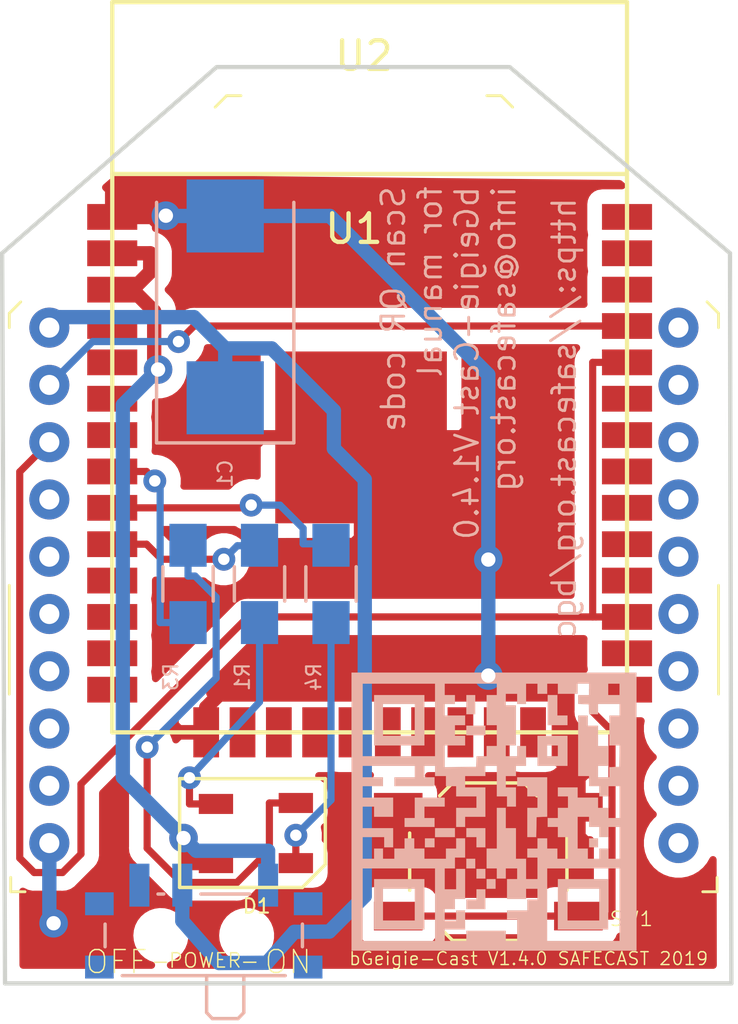
<source format=kicad_pcb>
(kicad_pcb (version 20230620) (generator pcbnew)
  (layers (0 "F.Cu" signal "Top") (31 "B.Cu" signal "Bottom") (34 "B.Paste" user) (35 "F.Paste" user) (36 "B.SilkS" user "B.Silkscreen") (37 "F.SilkS" user "F.Silkscreen") (38 "B.Mask" user) (39 "F.Mask" user) (44 "Edge.Cuts" user))
  (net 0 "")
  (net 1 "GND")
  (net 2 "VDD")
  (net 3 "Net-(D1-Pad1)")
  (net 4 "Net-(D1-Pad3)")
  (net 5 "Net-(D1-Pad4)")
  (net 6 "Net-(SW1-Pad1)")
  (net 7 "Net-(U1-Pad27)")
  (net 8 "+3V3")
  (net 9 "Net-(U1-Pad35)")
  (net 10 "Net-(R1-Pad1)")
  (net 11 "Net-(R3-Pad1)")
  (net 12 "Net-(R4-Pad1)")
  (footprint "Buttons_Switches_SMD:SW_SPST_TL3342" (layer "F.Cu") (at 152.75 118 180)
    (property "Reference" "SW1" hide)
    (property "Value" "TACT-SWITCH" hide)
    (fp_line (start 2.75 -1) (end 2.75 1) (stroke (width 0.12)) (layer "F.SilkS"))
    (fp_line (start 1.7 2.3) (end 1.25 2.75) (stroke (width 0.12)) (layer "F.SilkS"))
    (fp_line (start 1.7 -2.3) (end 1.25 -2.75) (stroke (width 0.12)) (layer "F.SilkS"))
    (fp_line (start -1.25 2.75) (end 1.25 2.75) (stroke (width 0.12)) (layer "F.SilkS"))
    (fp_line (start -1.25 -2.75) (end 1.25 -2.75) (stroke (width 0.12)) (layer "F.SilkS"))
    (fp_line (start -1.7 2.3) (end -1.25 2.75) (stroke (width 0.12)) (layer "F.SilkS"))
    (fp_line (start -1.7 -2.3) (end -1.25 -2.75) (stroke (width 0.12)) (layer "F.SilkS"))
    (fp_line (start -2.75 -1) (end -2.75 1) (stroke (width 0.12)) (layer "F.SilkS"))
    (fp_text user "${REFERENCE}" (at -5 -2 0) (layer "F.SilkS") (effects (font (size 0.5 0.5) (thickness 0.05))))
    (pad "1" smd rect (at -3.15 -1.9 180) (size 1.7 1) (layers "F.Cu" "F.Paste" "F.Mask") (net 6 "Net-(SW1-Pad1)"))
    (pad "1" smd rect (at 3.15 -1.9 180) (size 1.7 1) (layers "F.Cu" "F.Paste" "F.Mask") (net 6 "Net-(SW1-Pad1)"))
    (pad "2" smd rect (at -3.15 1.9 180) (size 1.7 1) (layers "F.Cu" "F.Paste" "F.Mask") (net 1 "GND"))
    (pad "2" smd rect (at 3.15 1.9 180) (size 1.7 1) (layers "F.Cu" "F.Paste" "F.Mask") (net 1 "GND"))
  )
  (footprint "digikey-footprints:DJS-BRGBC-TR8" (layer "F.Cu") (at 144.75 117 90)
    (property "Reference" "D1" (at -2.55 -0.1 0) (layer "F.SilkS") (effects (font (size 0.5 0.5) (thickness 0.075))))
    (property "Value" "RGB-LED")
    (fp_line (start 1.9 -2.794) (end 1.9 2.3) (stroke (width 0.12)) (layer "F.SilkS"))
    (fp_line (start -1.9 -2.794) (end 1.9 -2.794) (stroke (width 0.12)) (layer "F.SilkS"))
    (fp_line (start -1.9 1.5) (end -1.9 -2.794) (stroke (width 0.12)) (layer "F.SilkS"))
    (fp_line (start 1.9 2.3) (end -1.1 2.3) (stroke (width 0.12)) (layer "F.SilkS"))
    (fp_line (start -1.1 2.3) (end -1.9 1.5) (stroke (width 0.12)) (layer "F.SilkS"))
    (pad "1" smd rect (at -1.05 1.27 90) (size 0.7 1.2) (layers "F.Cu" "F.Paste" "F.Mask") (net 3 "Net-(D1-Pad1)"))
    (pad "2" smd rect (at -1.05 -1.524 90) (size 0.7 1.2) (layers "F.Cu" "F.Paste" "F.Mask") (net 8 "+3V3"))
    (pad "3" smd rect (at 1.016 -1.524 90) (size 0.7 1.2) (layers "F.Cu" "F.Paste" "F.Mask") (net 4 "Net-(D1-Pad3)"))
    (pad "4" smd rect (at 1.05 1.27 90) (size 0.7 1.2) (layers "F.Cu" "F.Paste" "F.Mask") (net 5 "Net-(D1-Pad4)"))
  )
  (footprint "digikey-footprints:XBEE-20_THT" (layer "F.Cu") (at 148.4 108.35)
    (property "Reference" "U2" (at 0 -18.49 0) (layer "F.SilkS"))
    (property "Value" "XBEE-socket")
    (fp_line (start -12.4 -9.5) (end -12.4 -9) (stroke (width 0.1)) (layer "F.SilkS"))
    (fp_line (start -12.4 -9.5) (end -12 -9.9) (stroke (width 0.1)) (layer "F.SilkS"))
    (fp_line (start -12.4 0) (end -12.4 3.8) (stroke (width 0.1)) (layer "F.SilkS"))
    (fp_line (start -12.35 10.7) (end -12.35 10.2) (stroke (width 0.1)) (layer "F.SilkS"))
    (fp_line (start -12.35 10.7) (end -11.85 10.7) (stroke (width 0.1)) (layer "F.SilkS"))
    (fp_line (start -4.8 -17.1) (end -5.2 -16.7) (stroke (width 0.1)) (layer "F.SilkS"))
    (fp_line (start -4.8 -17.1) (end -4.3 -17.1) (stroke (width 0.1)) (layer "F.SilkS"))
    (fp_line (start 4.8 -17.1) (end 4.3 -17.1) (stroke (width 0.1)) (layer "F.SilkS"))
    (fp_line (start 4.8 -17.1) (end 5.2 -16.7) (stroke (width 0.1)) (layer "F.SilkS"))
    (fp_line (start 12.35 10.7) (end 11.85 10.7) (stroke (width 0.1)) (layer "F.SilkS"))
    (fp_line (start 12.35 10.7) (end 12.35 10.2) (stroke (width 0.1)) (layer "F.SilkS"))
    (fp_line (start 12.4 -9.5) (end 12 -9.9) (stroke (width 0.1)) (layer "F.SilkS"))
    (fp_line (start 12.4 -9.5) (end 12.4 -9) (stroke (width 0.1)) (layer "F.SilkS"))
    (fp_line (start 12.4 0) (end 12.4 3.8) (stroke (width 0.1)) (layer "F.SilkS"))
    (pad "1" thru_hole circle (at -11 -9) (size 1.4 1.4) (drill 0.7) (layers "*.Cu" "*.Mask") (net 2 "VDD"))
    (pad "2" thru_hole circle (at -11 -7) (size 1.4 1.4) (drill 0.7) (layers "*.Cu" "*.Mask") (net 9 "Net-(U1-Pad35)"))
    (pad "3" thru_hole circle (at -11 -5) (size 1.4 1.4) (drill 0.7) (layers "*.Cu" "*.Mask") (net 7 "Net-(U1-Pad27)"))
    (pad "4" thru_hole circle (at -11 -3) (size 1.4 1.4) (drill 0.7) (layers "*.Cu" "*.Mask"))
    (pad "5" thru_hole circle (at -11 -1) (size 1.4 1.4) (drill 0.7) (layers "*.Cu" "*.Mask"))
    (pad "6" thru_hole circle (at -11 1) (size 1.4 1.4) (drill 0.7) (layers "*.Cu" "*.Mask"))
    (pad "7" thru_hole circle (at -11 3) (size 1.4 1.4) (drill 0.7) (layers "*.Cu" "*.Mask"))
    (pad "8" thru_hole circle (at -11 5) (size 1.4 1.4) (drill 0.7) (layers "*.Cu" "*.Mask"))
    (pad "9" thru_hole circle (at -11 7) (size 1.4 1.4) (drill 0.7) (layers "*.Cu" "*.Mask"))
    (pad "10" thru_hole circle (at -11 9) (size 1.4 1.4) (drill 0.7) (layers "*.Cu" "*.Mask") (net 1 "GND"))
    (pad "11" thru_hole circle (at 11 9) (size 1.4 1.4) (drill 0.7) (layers "*.Cu" "*.Mask"))
    (pad "12" thru_hole circle (at 11 7) (size 1.4 1.4) (drill 0.7) (layers "*.Cu" "*.Mask"))
    (pad "13" thru_hole circle (at 11 5) (size 1.4 1.4) (drill 0.7) (layers "*.Cu" "*.Mask"))
    (pad "14" thru_hole circle (at 11 3) (size 1.4 1.4) (drill 0.7) (layers "*.Cu" "*.Mask"))
    (pad "15" thru_hole circle (at 11 1) (size 1.4 1.4) (drill 0.7) (layers "*.Cu" "*.Mask"))
    (pad "16" thru_hole circle (at 11 -1) (size 1.4 1.4) (drill 0.7) (layers "*.Cu" "*.Mask"))
    (pad "17" thru_hole circle (at 11 -3) (size 1.4 1.4) (drill 0.7) (layers "*.Cu" "*.Mask"))
    (pad "18" thru_hole circle (at 11 -5) (size 1.4 1.4) (drill 0.7) (layers "*.Cu" "*.Mask"))
    (pad "19" thru_hole circle (at 11 -7) (size 1.4 1.4) (drill 0.7) (layers "*.Cu" "*.Mask"))
    (pad "20" thru_hole circle (at 11 -9) (size 1.4 1.4) (drill 0.7) (layers "*.Cu" "*.Mask"))
  )
  (footprint "ESP32-footprints-Lib:ESP-32S" (layer "F.Cu") (at 148.653 105)
    (property "Reference" "U1" (at -0.6 -9.1 0) (layer "F.SilkS"))
    (property "Value" "ESP32S")
    (fp_line (start -9.052566 -17.017338) (end -9.052566 8.482662) (stroke (width 0.15)) (layer "F.SilkS"))
    (fp_line (start 8.947434 -17.017338) (end -9.052566 -17.017338) (stroke (width 0.15)) (layer "F.SilkS"))
    (fp_line (start 8.947434 -17.017338) (end 8.947434 8.482662) (stroke (width 0.15)) (layer "F.SilkS"))
    (fp_line (start 8.947434 -11.017338) (end -9.052566 -11.017338) (stroke (width 0.15)) (layer "F.SilkS"))
    (fp_line (start 8.947434 8.482662) (end -9.052566 8.482662) (stroke (width 0.15)) (layer "F.SilkS"))
    (pad "" smd rect locked (at -0.352566 -1.817338 180) (size 6 6) (layers "F.Cu" "F.Paste" "F.Mask"))
    (pad "1" smd rect locked (at -9.052566 -9.517338 180) (size 1.75 0.9) (layers "F.Cu" "F.Paste" "F.Mask") (net 1 "GND"))
    (pad "2" smd rect locked (at -9.052566 -8.247338 180) (size 1.75 0.9) (layers "F.Cu" "F.Paste" "F.Mask") (net 8 "+3V3"))
    (pad "3" smd rect locked (at -9.052566 -6.977338 180) (size 1.75 0.9) (layers "F.Cu" "F.Paste" "F.Mask") (net 8 "+3V3"))
    (pad "4" smd rect locked (at -9.052566 -5.707338 180) (size 1.75 0.9) (layers "F.Cu" "F.Paste" "F.Mask"))
    (pad "5" smd rect locked (at -9.052566 -4.437338 180) (size 1.75 0.9) (layers "F.Cu" "F.Paste" "F.Mask"))
    (pad "6" smd rect locked (at -9.052566 -3.167338 180) (size 1.75 0.9) (layers "F.Cu" "F.Paste" "F.Mask"))
    (pad "7" smd rect locked (at -9.052566 -1.897338 180) (size 1.75 0.9) (layers "F.Cu" "F.Paste" "F.Mask"))
    (pad "8" smd rect locked (at -9.052566 -0.627338 180) (size 1.75 0.9) (layers "F.Cu" "F.Paste" "F.Mask") (net 11 "Net-(R3-Pad1)"))
    (pad "9" smd rect locked (at -9.052566 0.642662 180) (size 1.75 0.9) (layers "F.Cu" "F.Paste" "F.Mask") (net 12 "Net-(R4-Pad1)"))
    (pad "10" smd rect locked (at -9.052566 1.912662 180) (size 1.75 0.9) (layers "F.Cu" "F.Paste" "F.Mask") (net 10 "Net-(R1-Pad1)"))
    (pad "11" smd rect locked (at -9.052566 3.182662 180) (size 1.75 0.9) (layers "F.Cu" "F.Paste" "F.Mask"))
    (pad "12" smd rect locked (at -9.052566 4.452662 180) (size 1.75 0.9) (layers "F.Cu" "F.Paste" "F.Mask"))
    (pad "13" smd rect locked (at -9.052566 5.722662 180) (size 1.75 0.9) (layers "F.Cu" "F.Paste" "F.Mask"))
    (pad "14" smd rect locked (at -9.052566 6.992662 180) (size 1.75 0.9) (layers "F.Cu" "F.Paste" "F.Mask"))
    (pad "15" smd rect locked (at -5.767566 8.482662 180) (size 0.9 1.75) (layers "F.Cu" "F.Paste" "F.Mask") (net 1 "GND"))
    (pad "16" smd rect locked (at -4.497566 8.482662 180) (size 0.9 1.75) (layers "F.Cu" "F.Paste" "F.Mask"))
    (pad "17" smd rect locked (at -3.227566 8.482662 180) (size 0.9 1.75) (layers "F.Cu" "F.Paste" "F.Mask"))
    (pad "18" smd rect locked (at -1.957566 8.482662 180) (size 0.9 1.75) (layers "F.Cu" "F.Paste" "F.Mask"))
    (pad "19" smd rect locked (at -0.687566 8.482662 180) (size 0.9 1.75) (layers "F.Cu" "F.Paste" "F.Mask"))
    (pad "20" smd rect locked (at 0.582434 8.482662 180) (size 0.9 1.75) (layers "F.Cu" "F.Paste" "F.Mask"))
    (pad "21" smd rect locked (at 1.852434 8.482662 180) (size 0.9 1.75) (layers "F.Cu" "F.Paste" "F.Mask"))
    (pad "22" smd rect locked (at 3.122434 8.482662 180) (size 0.9 1.75) (layers "F.Cu" "F.Paste" "F.Mask"))
    (pad "23" smd rect locked (at 4.392434 8.482662 180) (size 0.9 1.75) (layers "F.Cu" "F.Paste" "F.Mask"))
    (pad "24" smd rect locked (at 5.662434 8.482662 180) (size 0.9 1.75) (layers "F.Cu" "F.Paste" "F.Mask"))
    (pad "25" smd rect locked (at 8.947434 6.992662 180) (size 1.75 0.9) (layers "F.Cu" "F.Paste" "F.Mask") (net 6 "Net-(SW1-Pad1)"))
    (pad "26" smd rect locked (at 8.947434 5.722662 180) (size 1.75 0.9) (layers "F.Cu" "F.Paste" "F.Mask"))
    (pad "27" smd rect locked (at 8.947434 4.452662 180) (size 1.75 0.9) (layers "F.Cu" "F.Paste" "F.Mask") (net 7 "Net-(U1-Pad27)"))
    (pad "28" smd rect locked (at 8.947434 3.182662 180) (size 1.75 0.9) (layers "F.Cu" "F.Paste" "F.Mask"))
    (pad "29" smd rect locked (at 8.947434 1.912662 180) (size 1.75 0.9) (layers "F.Cu" "F.Paste" "F.Mask"))
    (pad "30" smd rect locked (at 8.947434 0.642662 180) (size 1.75 0.9) (layers "F.Cu" "F.Paste" "F.Mask"))
    (pad "31" smd rect locked (at 8.947434 -0.627338 180) (size 1.75 0.9) (layers "F.Cu" "F.Paste" "F.Mask"))
    (pad "32" smd rect locked (at 8.947434 -1.897338 180) (size 1.75 0.9) (layers "F.Cu" "F.Paste" "F.Mask"))
    (pad "33" smd rect locked (at 8.947434 -3.167338 180) (size 1.75 0.9) (layers "F.Cu" "F.Paste" "F.Mask"))
    (pad "34" smd rect locked (at 8.947434 -4.437338 180) (size 1.75 0.9) (layers "F.Cu" "F.Paste" "F.Mask") (net 7 "Net-(U1-Pad27)"))
    (pad "35" smd rect locked (at 8.947434 -5.707338 180) (size 1.75 0.9) (layers "F.Cu" "F.Paste" "F.Mask") (net 9 "Net-(U1-Pad35)"))
    (pad "36" smd rect locked (at 8.947434 -6.977338 180) (size 1.75 0.9) (layers "F.Cu" "F.Paste" "F.Mask"))
    (pad "37" smd rect locked (at 8.947434 -8.247338 180) (size 1.75 0.9) (layers "F.Cu" "F.Paste" "F.Mask"))
    (pad "38" smd rect locked (at 8.947434 -9.517338 180) (size 1.75 0.9) (layers "F.Cu" "F.Paste" "F.Mask"))
  )
  (footprint "Buttons_Switches_SMD:SW_SPDT_PCM12" (layer "B.Cu") (at 142.8 120.25 180)
    (property "Reference" "SW2" hide)
    (property "Value" "SWITCH_INV" hide)
    (fp_line (start 3.45 -0.72) (end 3.45 0.07) (stroke (width 0.12)) (layer "B.SilkS"))
    (fp_line (start 1.4 1.12) (end 1.6 1.12) (stroke (width 0.12)) (layer "B.SilkS"))
    (fp_line (start -0.1 -3.02) (end -0.1 -1.73) (stroke (width 0.12)) (layer "B.SilkS"))
    (fp_line (start -0.1 -3.02) (end -0.3 -3.23) (stroke (width 0.12)) (layer "B.SilkS"))
    (fp_line (start -1.2 -3.23) (end -0.3 -3.23) (stroke (width 0.12)) (layer "B.SilkS"))
    (fp_line (start -1.4 -1.73) (end -1.4 -3.02) (stroke (width 0.12)) (layer "B.SilkS"))
    (fp_line (start -1.4 -3.02) (end -1.2 -3.23) (stroke (width 0.12)) (layer "B.SilkS"))
    (fp_line (start -1.6 1.12) (end 0.1 1.12) (stroke (width 0.12)) (layer "B.SilkS"))
    (fp_line (start -2.85 -1.73) (end 2.85 -1.73) (stroke (width 0.12)) (layer "B.SilkS"))
    (fp_line (start -3.45 0.07) (end -3.45 -0.72) (stroke (width 0.12)) (layer "B.SilkS"))
    (pad "" smd rect (at -3.65 -1.43 180) (size 1 0.8) (layers "B.Cu" "B.Paste" "B.Mask"))
    (pad "" smd rect (at -3.65 0.78 180) (size 1 0.8) (layers "B.Cu" "B.Paste" "B.Mask"))
    (pad "" np_thru_hole circle (at -1.5 -0.33 180) (size 0.9 0.9) (drill 0.9) (layers "*.Cu" "*.Mask"))
    (pad "" np_thru_hole circle (at 1.5 -0.33 180) (size 0.9 0.9) (drill 0.9) (layers "*.Cu" "*.Mask"))
    (pad "" smd rect (at 3.65 -1.43 180) (size 1 0.8) (layers "B.Cu" "B.Paste" "B.Mask"))
    (pad "" smd rect (at 3.65 0.78 180) (size 1 0.8) (layers "B.Cu" "B.Paste" "B.Mask"))
    (pad "1" smd rect (at -2.25 1.43 180) (size 0.7 1.5) (layers "B.Cu" "B.Paste" "B.Mask") (net 8 "+3V3"))
    (pad "2" smd rect (at 0.75 1.43 180) (size 0.7 1.5) (layers "B.Cu" "B.Paste" "B.Mask") (net 2 "VDD"))
    (pad "3" smd rect (at 2.25 1.43 180) (size 0.7 1.5) (layers "B.Cu" "B.Paste" "B.Mask"))
  )
  (footprint "Capacitors_Tantalum_SMD:CP_Tantalum_Case-D_EIA-7343-31_Reflow" (layer "B.Cu") (at 143.55 98.625 90)
    (property "Reference" "C1" (at -5.825 0 90) (layer "B.SilkS") (effects (font (size 0.5 0.5) (thickness 0.075)) (justify mirror)))
    (property "Value" "CP1")
    (fp_line (start -4.75 -2.4) (end 3.65 -2.4) (stroke (width 0.12)) (layer "B.SilkS"))
    (fp_line (start -4.75 2.4) (end -4.75 -2.4) (stroke (width 0.12)) (layer "B.SilkS"))
    (fp_line (start -4.75 2.4) (end 3.65 2.4) (stroke (width 0.12)) (layer "B.SilkS"))
    (pad "1" smd rect (at -3.175 0 90) (size 2.55 2.7) (layers "B.Cu" "B.Paste" "B.Mask") (net 2 "VDD"))
    (pad "2" smd rect (at 3.175 0 90) (size 2.55 2.7) (layers "B.Cu" "B.Paste" "B.Mask") (net 1 "GND"))
  )
  (footprint "Resistors_SMD:R_0805_HandSoldering" (layer "B.Cu") (at 144.75 108.3 -90)
    (property "Reference" "R1" (at 3.25 0.6 -90) (layer "B.SilkS") (effects (font (size 0.5 0.5) (thickness 0.075)) (justify mirror)))
    (property "Value" "470")
    (fp_line (start -0.6 0.88) (end 0.6 0.88) (stroke (width 0.12)) (layer "B.SilkS"))
    (fp_line (start 0.6 -0.88) (end -0.6 -0.88) (stroke (width 0.12)) (layer "B.SilkS"))
    (pad "1" smd rect (at -1.35 0 270) (size 1.5 1.3) (layers "B.Cu" "B.Paste" "B.Mask") (net 10 "Net-(R1-Pad1)"))
    (pad "2" smd rect (at 1.35 0 270) (size 1.5 1.3) (layers "B.Cu" "B.Paste" "B.Mask") (net 4 "Net-(D1-Pad3)"))
  )
  (footprint "Resistors_SMD:R_0805_HandSoldering" (layer "B.Cu") (at 142.25 108.3 90)
    (property "Reference" "R3" (at -3.25 -0.6 90) (layer "B.SilkS") (effects (font (size 0.5 0.5) (thickness 0.075)) (justify mirror)))
    (property "Value" "470")
    (fp_line (start 0.6 -0.88) (end -0.6 -0.88) (stroke (width 0.12)) (layer "B.SilkS"))
    (fp_line (start -0.6 0.88) (end 0.6 0.88) (stroke (width 0.12)) (layer "B.SilkS"))
    (pad "1" smd rect (at -1.35 0 90) (size 1.5 1.3) (layers "B.Cu" "B.Paste" "B.Mask") (net 11 "Net-(R3-Pad1)"))
    (pad "2" smd rect (at 1.35 0 90) (size 1.5 1.3) (layers "B.Cu" "B.Paste" "B.Mask") (net 5 "Net-(D1-Pad4)"))
  )
  (footprint "Resistors_SMD:R_0805_HandSoldering" (layer "B.Cu") (at 147.25 108.3 -90)
    (property "Reference" "R4" (at 3.25 0.6 -90) (layer "B.SilkS") (effects (font (size 0.5 0.5) (thickness 0.075)) (justify mirror)))
    (property "Value" "470")
    (fp_line (start -0.6 0.88) (end 0.6 0.88) (stroke (width 0.12)) (layer "B.SilkS"))
    (fp_line (start 0.6 -0.88) (end -0.6 -0.88) (stroke (width 0.12)) (layer "B.SilkS"))
    (pad "1" smd rect (at -1.35 0 270) (size 1.5 1.3) (layers "B.Cu" "B.Paste" "B.Mask") (net 12 "Net-(R4-Pad1)"))
    (pad "2" smd rect (at 1.35 0 270) (size 1.5 1.3) (layers "B.Cu" "B.Paste" "B.Mask") (net 3 "Net-(D1-Pad1)"))
  )
  (footprint "ESP32 nGeigieNano WiFi-all:QR_code_safecast_bgc" (layer "B.Cu") (at 152.95 116.25)
    (property "Reference" "G***" hide)
    (property "Value" "LOGO" hide)
    (fp_poly (pts (xy -2.0828 0.9398) (xy -2.413 0.9398) (xy -2.413 1.2446) (xy -2.0828 1.2446)) (stroke (width 0.01)) (fill solid) (layer "B.SilkS"))
    (fp_poly (pts (xy -1.3716 0.5842) (xy -2.0574 0.5842) (xy -2.0574 0.889) (xy -1.3716 0.889)) (stroke (width 0.01)) (fill solid) (layer "B.SilkS"))
    (fp_poly (pts (xy -0.6604 -4.064) (xy -0.9652 -4.064) (xy -0.9652 -3.4036) (xy -0.6604 -3.4036)) (stroke (width 0.01)) (fill solid) (layer "B.SilkS"))
    (fp_poly (pts (xy -0.6604 1.651) (xy -0.9652 1.651) (xy -0.9652 1.9812) (xy -0.6604 1.9812)) (stroke (width 0.01)) (fill solid) (layer "B.SilkS"))
    (fp_poly (pts (xy -0.3048 -2.9972) (xy -0.9652 -2.9972) (xy -0.9652 -2.667) (xy -0.3048 -2.667)) (stroke (width 0.01)) (fill solid) (layer "B.SilkS"))
    (fp_poly (pts (xy -0.3048 2.0066) (xy -0.6096 2.0066) (xy -0.6096 2.3368) (xy -0.3048 2.3368)) (stroke (width 0.01)) (fill solid) (layer "B.SilkS"))
    (fp_poly (pts (xy 0.0508 2.3622) (xy -0.254 2.3622) (xy -0.254 2.6924) (xy 0.0508 2.6924)) (stroke (width 0.01)) (fill solid) (layer "B.SilkS"))
    (fp_poly (pts (xy 3.6322 0.9398) (xy 3.3274 0.9398) (xy 3.3274 1.2446) (xy 3.6322 1.2446)) (stroke (width 0.01)) (fill solid) (layer "B.SilkS"))
    (fp_poly (pts (xy -0.3048 0.5842) (xy -0.9652 0.5842) (xy -0.9652 0.889) (xy -0.6096 0.889) (xy -0.6096 1.2446) (xy -0.3048 1.2446)) (stroke (width 0.01)) (fill solid) (layer "B.SilkS"))
    (fp_poly (pts (xy -0.3048 2.7178) (xy -0.6096 2.7178) (xy -0.6096 3.0734) (xy -0.9652 3.0734) (xy -0.9652 3.4036) (xy -0.3048 3.4036)) (stroke (width 0.01)) (fill solid) (layer "B.SilkS"))
    (fp_poly (pts (xy 2.5654 -3.3528) (xy 2.2098 -3.3528) (xy 2.2098 -4.064) (xy 1.8796 -4.064) (xy 1.8796 -3.0226) (xy 2.5654 -3.0226)) (stroke (width 0.01)) (fill solid) (layer "B.SilkS"))
    (fp_poly (pts (xy -2.0828 0.2286) (xy -2.4384 0.2286) (xy -2.4384 -0.1778) (xy -1.7272 -0.1778) (xy -1.7272 -0.4826) (xy -2.7686 -0.4826) (xy -2.7686 0.2286) (xy -3.1242 0.2286) (xy -3.1242 0.5334) (xy -2.0828 0.5334)) (stroke (width 0.01)) (fill solid) (layer "B.SilkS"))
    (fp_poly (pts (xy -2.4384 -4.064) (xy -4.191 -4.064) (xy -4.191 -2.6416) (xy -3.8862 -2.6416) (xy -3.8862 -3.7592) (xy -2.7686 -3.7592) (xy -2.7686 -2.6416) (xy -3.8862 -2.6416) (xy -4.191 -2.6416) (xy -4.191 -2.3114) (xy -2.4384 -2.3114)) (stroke (width 0.01)) (fill solid) (layer "B.SilkS"))
    (fp_poly (pts (xy -2.4384 2.3622) (xy -4.191 2.3622) (xy -4.191 3.81) (xy -3.8862 3.81) (xy -3.8862 2.6924) (xy -2.7686 2.6924) (xy -2.7686 3.81) (xy -3.8862 3.81) (xy -4.191 3.81) (xy -4.191 4.1148) (xy -2.4384 4.1148)) (stroke (width 0.01)) (fill solid) (layer "B.SilkS"))
    (fp_poly (pts (xy 2.5654 -2.6416) (xy 1.524 -2.6416) (xy 1.524 -1.9304) (xy 1.8542 -1.9304) (xy 1.8542 -2.3114) (xy 2.2352 -2.3114) (xy 2.2352 -1.9304) (xy 1.8542 -1.9304) (xy 1.524 -1.9304) (xy 1.524 -1.6002) (xy 2.5654 -1.6002)) (stroke (width 0.01)) (fill solid) (layer "B.SilkS"))
    (fp_poly (pts (xy 3.9878 2.3622) (xy 2.2352 2.3622) (xy 2.2352 3.81) (xy 2.5654 3.81) (xy 2.5654 2.6924) (xy 3.683 2.6924) (xy 3.683 3.81) (xy 2.5654 3.81) (xy 2.2352 3.81) (xy 2.2352 4.1148) (xy 3.9878 4.1148)) (stroke (width 0.01)) (fill solid) (layer "B.SilkS"))
    (fp_poly (pts (xy 1.4859 0.1905) (xy 1.67005 0.183038) (xy 1.8542 0.175575) (xy 1.8542 -1.1938) (xy 0.8128 -1.1938) (xy 0.8128 -0.889) (xy 1.1684 -0.889) (xy 1.1684 -0.5334) (xy 1.524 -0.5334) (xy 1.524 -0.127) (xy 1.1684 -0.127) (xy 1.1684 0.889) (xy 1.471766 0.889)) (stroke (width 0.01)) (fill solid) (layer "B.SilkS"))
    (fp_poly (pts (xy 4.9784 -4.8514) (xy -4.9784 -4.8514) (xy -4.9784 -1.9304) (xy -4.5974 -1.9304) (xy -4.5974 -4.4704) (xy -2.0574 -4.4704) (xy -2.0574 -2.3114) (xy -1.7272 -2.3114) (xy -1.016 -2.3114) (xy -1.016 -2.6416) (xy -1.3716 -2.6416) (xy -1.3716 -3.0226) (xy -1.016 -3.0226) (xy -1.016 -3.3528) (xy -1.7272 -3.3528) (xy -1.7272 -3.7592) (xy -1.3716 -3.7592) (xy -1.3716 -4.064) (xy -1.7272 -4.064) (xy -1.7272 -4.4704) (xy 0.1016 -4.4704) (xy 0.1016 -4.064) (xy -0.254 -4.064) (xy -0.254 -3.0226) (xy 0.1016 -3.0226) (xy 0.1016 -2.286) (xy -0.254 -2.286) (xy -0.254 -1.9304) (xy -0.607375 -1.9304) (xy -0.614838 -1.74625) (xy -0.6223 -1.5621) (xy -1.17475 -1.555254) (xy -1.7272 -1.548409) (xy -1.7272 -2.3114) (xy -2.0574 -2.3114) (xy -2.0574 -1.9304) (xy -4.5974 -1.9304) (xy -4.9784 -1.9304) (xy -4.9784 1.651) (xy -4.5974 1.651) (xy -4.5974 0.889) (xy -3.8354 0.889) (xy -3.8354 1.2446) (xy -3.5306 1.2446) (xy -3.5306 0.5842) (xy -4.5974 0.5842) (xy -4.5974 -0.1778) (xy -4.191 -0.1778) (xy -4.191 0.1778) (xy -3.5306 0.1778) (xy -3.5306 -0.4826) (xy -4.5974 -0.4826) (xy -4.5974 -0.889) (xy -3.8862 -0.889) (xy -3.8862 -1.1938) (xy -4.5974 -1.1938) (xy -4.5974 -1.6002) (xy -2.7686 -1.6002) (xy -2.7686 -1.1938) (xy -3.4798 -1.1938) (xy -3.4798 -0.889) (xy -2.0828 -0.889) (xy -2.0828 -1.1938) (xy -2.4384 -1.1938) (xy -2.4384 -1.6002) (xy -2.0574 -1.6002) (xy -2.0574 -1.2446) (xy -1.6764 -1.2446) (xy -1.6764 -0.889) (xy -1.3208 -0.889) (xy -1.3208 -0.5334) (xy -0.6096 -0.5334) (xy -0.6096 -0.127) (xy -1.3208 -0.127) (xy -1.3208 0.5334) (xy -1.016 0.5334) (xy -1.016 0.1778) (xy -0.3048 0.1778) (xy -0.3048 -0.8382) (xy -1.016 -0.8382) (xy -1.016 -1.2446) (xy -0.3048 -1.2446) (xy -0.3048 -1.6002) (xy 0.1016 -1.6002) (xy 0.1016 -0.5334) (xy 0.4572 -0.5334) (xy 0.4572 -0.1778) (xy 0.762 -0.1778) (xy 0.762 -0.8382) (xy 0.4064 -0.8382) (xy 0.4064 -1.2446) (xy 0.762 -1.2446) (xy 0.762 -1.6002) (xy 1.1176 -1.6002) (xy 1.1176 -2.286) (xy 0.8128 -2.286) (xy 0.8128 -1.9304) (xy 0.4064 -1.9304) (xy 0.4064 -2.3114) (xy 0.762 -2.3114) (xy 0.762 -3.7084) (xy 0.4064 -3.7084) (xy 0.4064 -4.1148) (xy 0.8128 -4.1148) (xy 0.8128 -3.7592) (xy 1.1176 -3.7592) (xy 1.1176 -4.4704) (xy 1.524 -4.4704) (xy 1.524 -4.1148) (xy 1.8542 -4.1148) (xy 1.8542 -4.4704) (xy 2.2352 -4.4704) (xy 2.2352 -4.1148) (xy 2.921 -4.1148) (xy 2.921 -4.4704) (xy 3.3274 -4.4704) (xy 3.3274 -4.064) (xy 3.9878 -4.064) (xy 3.9878 -4.4704) (xy 4.3942 -4.4704) (xy 4.3942 -4.064) (xy 3.9878 -4.064) (xy 3.3274 -4.064) (xy 2.9464 -4.064) (xy 2.9464 -3.761425) (xy 3.13055 -3.753962) (xy 3.3147 -3.7465) (xy 3.32221 -3.57505) (xy 3.329721 -3.4036) (xy 3.6322 -3.4036) (xy 3.6322 -3.7592) (xy 4.3942 -3.7592) (xy 4.3942 -3.3528) (xy 4.0386 -3.3528) (xy 4.0386 -2.3114) (xy 4.395558 -2.3114) (xy 4.3815 -1.5621) (xy 4.0386 -1.547078) (xy 4.0386 -1.1938) (xy 3.6322 -1.1938) (xy 3.6322 -1.6002) (xy 3.9878 -1.6002) (xy 3.9878 -2.286) (xy 3.6322 -2.286) (xy 3.6322 -2.9972) (xy 3.2766 -2.9972) (xy 3.2766 -3.3528) (xy 2.9464 -3.3528) (xy 2.9464 -1.2446) (xy 3.3274 -1.2446) (xy 3.3274 -0.889) (xy 3.683 -0.889) (xy 3.683 -0.5334) (xy 3.9878 -0.5334) (xy 3.9878 -0.889) (xy 4.3942 -0.889) (xy 4.3942 0.2286) (xy 3.9878 0.2286) (xy 3.9878 -0.127) (xy 3.6322 -0.127) (xy 3.6322 -0.4826) (xy 2.921 -0.4826) (xy 2.921 -0.8382) (xy 2.2352 -0.8382) (xy 2.2352 -0.5334) (xy 2.5908 -0.5334) (xy 2.5908 -0.127) (xy 2.2352 -0.127) (xy 2.2352 0.2286) (xy 1.8796 0.2286) (xy 1.8796 0.5334) (xy 2.2352 0.5334) (xy 2.2352 0.889) (xy 2.5908 0.889) (xy 2.5908 1.2954) (xy 2.921 1.2954) (xy 2.921 0.1778) (xy 3.3274 0.1778) (xy 3.3274 0.5334) (xy 3.683 0.5334) (xy 3.683 0.889) (xy 3.9878 0.889) (xy 3.9878 0.5334) (xy 4.3942 0.5334) (xy 4.3942 1.651) (xy 3.9878 1.651) (xy 3.9878 1.2954) (xy 3.683 1.2954) (xy 3.683 1.651) (xy 3.2766 1.651) (xy 3.2766 1.2954) (xy 2.921 1.2954) (xy 2.5908 1.2954) (xy 2.5908 1.651) (xy 2.2098 1.651) (xy 2.2098 1.2954) (xy 1.8542 1.2954) (xy 1.8542 0.9398) (xy 1.524 0.9398) (xy 1.524 1.2954) (xy 1.1684 1.2954) (xy 1.1684 1.6002) (xy 1.524 1.6002) (xy 1.524 2.3622) (xy 1.1176 2.3622) (xy 1.1176 1.651) (xy 0.762 1.651) (xy 0.762 0.5842) (xy 0.4064 0.5842) (xy 0.4064 -0.127) (xy 0.1016 -0.127) (xy 0.1016 1.2954) (xy -0.254 1.2954) (xy -0.254 1.9812) (xy 0.1016 1.9812) (xy 0.1016 2.3368) (xy 0.4064 2.3368) (xy 0.4064 1.9812) (xy 0.8128 1.9812) (xy 0.8128 2.3622) (xy 0.4572 2.3622) (xy 0.4572 3.048) (xy 1.1176 3.048) (xy 1.1176 2.6924) (xy 1.524 2.6924) (xy 1.524 3.0734) (xy 1.1684 3.0734) (xy 1.1684 3.4544) (xy 0.4572 3.4544) (xy 0.4572 3.7592) (xy 0.8128 3.7592) (xy 0.8128 4.5212) (xy 1.8542 4.5212) (xy 1.8542 1.9812) (xy 4.3942 1.9812) (xy 4.3942 4.5212) (xy 1.8542 4.5212) (xy 0.8128 4.5212) (xy 0.4064 4.5212) (xy 0.4064 4.1656) (xy -0.9652 4.1656) (xy -0.9652 4.5212) (xy -1.7272 4.5212) (xy -1.7272 4.1148) (xy -1.016 4.1148) (xy -1.016 3.4544) (xy -1.3208 3.4544) (xy -1.3208 3.81) (xy -1.7272 3.81) (xy -1.7272 3.4036) (xy -1.3716 3.4036) (xy -1.3716 3.048) (xy -1.016 3.048) (xy -1.016 2.0066) (xy -1.3208 2.0066) (xy -1.3208 2.7178) (xy -1.7272 2.7178) (xy -1.7272 1.9812) (xy -1.3716 1.9812) (xy -1.3716 1.6002) (xy -1.016 1.6002) (xy -1.016 0.9398) (xy -1.3208 0.9398) (xy -1.3208 1.2954) (xy -1.6764 1.2954) (xy -1.6764 1.651) (xy -2.4384 1.651) (xy -2.4384 1.2954) (xy -2.794 1.2954) (xy -2.794 0.9398) (xy -3.1242 0.9398) (xy -3.1242 1.2954) (xy -3.4798 1.2954) (xy -3.4798 1.651) (xy -3.8862 1.651) (xy -3.8862 1.2954) (xy -4.191 1.2954) (xy -4.191 1.651) (xy -4.5974 1.651) (xy -4.9784 1.651) (xy -4.9784 4.5212) (xy -4.5974 4.5212) (xy -4.5974 1.9812) (xy -2.0574 1.9812) (xy -2.0574 4.5212) (xy -4.5974 4.5212) (xy -4.9784 4.5212) (xy -4.9784 4.8514) (xy 4.9784 4.8514)) (stroke (width 0.01)) (fill solid) (layer "B.SilkS"))
  )
  (gr_line (start 143.25 90.25) (end 153.5 90.25) (stroke (width 0.15)) (layer "Edge.Cuts"))
  (gr_line (start 161.25 122.25) (end 135.85 122.25) (stroke (width 0.15)) (layer "Edge.Cuts"))
  (gr_line (start 153.5 90.25) (end 161.2011 96.75) (stroke (width 0.15)) (layer "Edge.Cuts"))
  (gr_line (start 135.75 96.75) (end 135.85 122.25) (stroke (width 0.15)) (layer "Edge.Cuts"))
  (gr_line (start 161.2011 96.75) (end 161.25 122.25) (stroke (width 0.15)) (layer "Edge.Cuts"))
  (gr_line (start 135.75 96.75) (end 143.25 90.25) (stroke (width 0.15)) (layer "Edge.Cuts"))
  (gr_text "https://safecast.org/bgc" (at 155.4 102.51 90) (layer "B.SilkS") (effects (font (size 0.8 0.8) (thickness 0.1)) (justify mirror)))
  (gr_text "Scan QR code \nfor manual\nbGeigie-Cast V1.4.0 \ninfo@safecast.org\n" (at 151.36 94.35 90) (layer "B.SilkS") (effects (font (size 0.8 0.8) (thickness 0.1)) (justify left mirror)))
  (gr_text "OFF" (at 139.75 121.5 0) (layer "F.SilkS") (effects (font (size 0.8 0.8) (thickness 0.05))))
  (gr_text "—POWER—" (at 142.85 121.45 0) (layer "F.SilkS") (effects (font (size 0.5 0.5) (thickness 0.05))))
  (gr_text "bGeigie-Cast V1.4.0 SAFECAST 2019" (at 147.85 121.65 0) (layer "F.SilkS") (effects (font (size 0.45 0.45) (thickness 0.05)) (justify left bottom)))
  (gr_text "ON" (at 145.75 121.5 0) (layer "F.SilkS") (effects (font (size 0.8 0.8) (thickness 0.05))))
  (segment (start 143.345433 112.157661) (end 155.125435 112.157661) (width 0.5) (layer "F.Cu") (net 1))
  (segment (start 155.9 115.1) (end 155.9 116.1) (width 0.5) (layer "F.Cu") (net 1))
  (segment (start 155.125435 112.157661) (end 155.215435 112.247661) (width 0.5) (layer "F.Cu") (net 1))
  (segment (start 155.215435 114.415435) (end 155.9 115.1) (width 0.5) (layer "F.Cu") (net 1))
  (segment (start 152.092339 112.157661) (end 152.250001 111.999999) (width 0.5) (layer "F.Cu") (net 1))
  (segment (start 142.885434 113.482662) (end 142.885434 112.61766) (width 0.5) (layer "F.Cu") (net 1))
  (segment (start 143.345433 112.157661) (end 152.092339 112.157661) (width 0.5) (layer "F.Cu") (net 1))
  (segment (start 155.215435 112.247661) (end 155.215435 114.415435) (width 0.5) (layer "F.Cu") (net 1))
  (segment (start 142.885434 112.61766) (end 143.345433 112.157661) (width 0.5) (layer "F.Cu") (net 1))
  (segment (start 152.250001 111.999999) (end 152.75 111.5) (width 0.5) (layer "F.Cu") (net 1))
  (via (at 137.55 120.15) (size 1) (drill 0.5) (layers "F.Cu" "B.Cu") (net 1))
  (via (at 152.75 107.45) (size 1) (drill 0.5) (layers "F.Cu" "B.Cu") (net 1))
  (via (at 141.4754 95.4401) (size 1) (drill 0.5) (layers "F.Cu" "B.Cu") (net 1))
  (via (at 152.75 111.5) (size 1) (drill 0.5) (layers "F.Cu" "B.Cu") (net 1))
  (segment (start 137.4 120) (end 137.55 120.15) (width 0.5) (layer "B.Cu") (net 1))
  (segment (start 145.4 95.45) (end 143.55 95.45) (width 0.5) (layer "B.Cu") (net 1))
  (segment (start 147.210002 95.45) (end 145.4 95.45) (width 0.5) (layer "B.Cu") (net 1))
  (segment (start 152.75 107.45) (end 152.75 111.5) (width 0.5) (layer "B.Cu") (net 1))
  (segment (start 143.55 95.45) (end 141.7497 95.45) (width 0.5) (layer "B.Cu") (net 1))
  (segment (start 152.75 107.45) (end 152.75 100.989998) (width 0.5) (layer "B.Cu") (net 1))
  (segment (start 152.75 100.989998) (end 147.210002 95.45) (width 0.5) (layer "B.Cu") (net 1))
  (segment (start 141.4754 95.4401) (end 141.7398 95.4401) (width 0.5) (layer "B.Cu") (net 1))
  (segment (start 141.7398 95.4401) (end 141.7497 95.45) (width 0.5) (layer "B.Cu") (net 1))
  (segment (start 137.4 117.35) (end 137.4 120) (width 0.5) (layer "B.Cu") (net 1))
  (segment (start 147.35 102.25) (end 147.35 103.5753) (width 0.5) (layer "B.Cu") (net 2))
  (segment (start 142.4579 98.9826) (end 143.55 100.0747) (width 0.5) (layer "B.Cu") (net 2))
  (segment (start 143.55 101.8) (end 143.55 100.0747) (width 0.5) (layer "B.Cu") (net 2))
  (segment (start 143.55 100.0747) (end 145.1747 100.0747) (width 0.5) (layer "B.Cu") (net 2))
  (segment (start 148.43 119.200002) (end 147.190002 120.44) (width 0.5) (layer "B.Cu") (net 2))
  (segment (start 148.43 104.6553) (end 148.43 119.200002) (width 0.5) (layer "B.Cu") (net 2))
  (segment (start 145.01 121.53) (end 143.34 121.54) (width 0.5) (layer "B.Cu") (net 2))
  (segment (start 145.969998 120.45) (end 145.01 121.53) (width 0.5) (layer "B.Cu") (net 2))
  (segment (start 147.190002 120.44) (end 146.21 120.45) (width 0.5) (layer "B.Cu") (net 2))
  (segment (start 145.1747 100.0747) (end 147.35 102.25) (width 0.5) (layer "B.Cu") (net 2))
  (segment (start 137.7674 98.9826) (end 142.4579 98.9826) (width 0.5) (layer "B.Cu") (net 2))
  (segment (start 142.05 120.07) (end 142.05 118.82) (width 0.5) (layer "B.Cu") (net 2))
  (segment (start 143.34 121.54) (end 142.05 120.07) (width 0.5) (layer "B.Cu") (net 2))
  (segment (start 146.21 120.45) (end 145.969998 120.45) (width 0.5) (layer "B.Cu") (net 2))
  (segment (start 147.35 103.5753) (end 148.43 104.6553) (width 0.5) (layer "B.Cu") (net 2))
  (segment (start 137.4 99.35) (end 137.7674 98.9826) (width 0.5) (layer "B.Cu") (net 2))
  (segment (start 146.02 118.05) (end 146.02 117.0779) (width 0.25) (layer "F.Cu") (net 3))
  (via (at 146.02 117.0779) (size 0.8) (drill 0.4) (layers "F.Cu" "B.Cu") (net 3))
  (segment (start 147.25 109.6) (end 147.25 115.8479) (width 0.25) (layer "B.Cu") (net 3))
  (segment (start 147.25 115.8479) (end 146.02 117.0779) (width 0.25) (layer "B.Cu") (net 3))
  (segment (start 143.226 115.984) (end 142.3007 115.984) (width 0.25) (layer "F.Cu") (net 4))
  (segment (start 142.3007 115.984) (end 142.3007 115.0704) (width 0.25) (layer "F.Cu") (net 4))
  (via (at 142.3007 115.0704) (size 0.8) (drill 0.4) (layers "F.Cu" "B.Cu") (net 4))
  (segment (start 144.75 112.4211) (end 142.3007 115.0704) (width 0.25) (layer "B.Cu") (net 4))
  (segment (start 144.75 112.4211) (end 144.75 109.65) (width 0.25) (layer "B.Cu") (net 4))
  (segment (start 140.8203 117.5311) (end 142.0146 118.7254) (width 0.25) (layer "F.Cu") (net 5))
  (segment (start 145.0947 117.5914) (end 145.0947 115.95) (width 0.25) (layer "F.Cu") (net 5))
  (segment (start 142.0146 118.7254) (end 143.9607 118.7254) (width 0.25) (layer "F.Cu") (net 5))
  (segment (start 140.8203 114.0018) (end 140.8203 117.5311) (width 0.25) (layer "F.Cu") (net 5))
  (segment (start 146.02 115.95) (end 145.0947 115.95) (width 0.25) (layer "F.Cu") (net 5))
  (segment (start 143.9607 118.7254) (end 145.0947 117.5914) (width 0.25) (layer "F.Cu") (net 5))
  (via (at 140.8203 114.0018) (size 0.8) (drill 0.4) (layers "F.Cu" "B.Cu") (net 5))
  (segment (start 143.233 108.7619) (end 143.233 111.5891) (width 0.25) (layer "B.Cu") (net 5))
  (segment (start 142.25 106.95) (end 142.25 108.0253) (width 0.25) (layer "B.Cu") (net 5))
  (segment (start 142.4964 108.0253) (end 143.233 108.7619) (width 0.25) (layer "B.Cu") (net 5))
  (segment (start 142.25 108.0253) (end 142.4964 108.0253) (width 0.25) (layer "B.Cu") (net 5))
  (segment (start 143.233 111.5891) (end 140.8203 114.0018) (width 0.25) (layer "B.Cu") (net 5))
  (segment (start 156.4001 112.768) (end 156.4001 111.9927) (width 0.25) (layer "F.Cu") (net 6))
  (segment (start 149.6 119.9) (end 155.9 119.9) (width 0.25) (layer "F.Cu") (net 6))
  (segment (start 155.9 119.9) (end 157.0753 119.9) (width 0.25) (layer "F.Cu") (net 6))
  (segment (start 157.0753 113.4432) (end 156.4001 112.768) (width 0.25) (layer "F.Cu") (net 6))
  (segment (start 157.6004 111.9927) (end 156.4001 111.9927) (width 0.25) (layer "F.Cu") (net 6))
  (segment (start 157.0753 119.9) (end 157.0753 113.4432) (width 0.25) (layer "F.Cu") (net 6))
  (segment (start 137.8611 118.3796) (end 136.8701 118.3796) (width 0.25) (layer "F.Cu") (net 7))
  (segment (start 156.4001 109.4527) (end 156.4001 100.5627) (width 0.25) (layer "F.Cu") (net 7))
  (segment (start 136.3653 117.8748) (end 136.3653 104.3847) (width 0.25) (layer "F.Cu") (net 7))
  (segment (start 157.6004 100.5627) (end 156.4001 100.5627) (width 0.25) (layer "F.Cu") (net 7))
  (segment (start 138.5059 117.7348) (end 137.8611 118.3796) (width 0.25) (layer "F.Cu") (net 7))
  (segment (start 138.5059 115.2904) (end 138.5059 117.7348) (width 0.25) (layer "F.Cu") (net 7))
  (segment (start 136.3653 104.3847) (end 137.4 103.35) (width 0.25) (layer "F.Cu") (net 7))
  (segment (start 157.6004 109.4527) (end 156.5127 109.4527) (width 0.25) (layer "F.Cu") (net 7))
  (segment (start 156.4001 109.4527) (end 144.3436 109.4527) (width 0.25) (layer "F.Cu") (net 7))
  (segment (start 156.5127 109.4527) (end 156.4001 109.4527) (width 0.25) (layer "F.Cu") (net 7))
  (segment (start 136.8701 118.3796) (end 136.3653 117.8748) (width 0.25) (layer "F.Cu") (net 7))
  (segment (start 144.3436 109.4527) (end 138.5059 115.2904) (width 0.25) (layer "F.Cu") (net 7))
  (segment (start 142.0924 117.1747) (end 142.1757 117.258) (width 0.5) (layer "F.Cu") (net 8))
  (segment (start 142.1757 117.258) (end 142.1757 118.05) (width 0.5) (layer "F.Cu") (net 8))
  (segment (start 139.6004 98.0227) (end 140.2631 98.0227) (width 0.5) (layer "F.Cu") (net 8))
  (segment (start 140.3075 98.0227) (end 140.9257 97.4045) (width 0.5) (layer "F.Cu") (net 8))
  (segment (start 140.9257 97.4045) (end 140.9257 96.7527) (width 0.5) (layer "F.Cu") (net 8))
  (segment (start 140.3075 98.0227) (end 141.0668 98.782) (width 0.5) (layer "F.Cu") (net 8))
  (segment (start 141.0668 98.782) (end 141.0668 100.6769) (width 0.5) (layer "F.Cu") (net 8))
  (segment (start 140.2631 98.0227) (end 140.3075 98.0227) (width 0.5) (layer "F.Cu") (net 8))
  (segment (start 141.0668 100.6769) (end 141.2023 100.8124) (width 0.5) (layer "F.Cu") (net 8))
  (segment (start 143.226 118.05) (end 142.1757 118.05) (width 0.5) (layer "F.Cu") (net 8))
  (segment (start 139.6004 96.7527) (end 140.9257 96.7527) (width 0.5) (layer "F.Cu") (net 8))
  (via (at 141.2023 100.8124) (size 1) (drill 0.5) (layers "F.Cu" "B.Cu") (net 8))
  (via (at 142.0924 117.1747) (size 1) (drill 0.5) (layers "F.Cu" "B.Cu") (net 8))
  (segment (start 142.0924 117.1747) (end 139.9699 115.0522) (width 0.5) (layer "B.Cu") (net 8))
  (segment (start 145.05 118.82) (end 145.05 117.6197) (width 0.5) (layer "B.Cu") (net 8))
  (segment (start 142.5374 117.6197) (end 142.0924 117.1747) (width 0.5) (layer "B.Cu") (net 8))
  (segment (start 145.05 117.6197) (end 142.5374 117.6197) (width 0.5) (layer "B.Cu") (net 8))
  (segment (start 139.9699 102.0448) (end 141.2023 100.8124) (width 0.5) (layer "B.Cu") (net 8))
  (segment (start 139.9699 115.0522) (end 139.9699 102.0448) (width 0.5) (layer "B.Cu") (net 8))
  (segment (start 157.6004 99.2927) (end 142.4602 99.2927) (width 0.25) (layer "F.Cu") (net 9))
  (segment (start 142.4602 99.2927) (end 141.9171 99.8358) (width 0.25) (layer "F.Cu") (net 9))
  (via (at 141.9171 99.8358) (size 0.8) (drill 0.4) (layers "F.Cu" "B.Cu") (net 9))
  (segment (start 138.9142 99.8358) (end 137.4 101.35) (width 0.25) (layer "B.Cu") (net 9))
  (segment (start 141.9171 99.8358) (end 138.9142 99.8358) (width 0.25) (layer "B.Cu") (net 9))
  (segment (start 141.3265 107.4385) (end 143.5017 107.4385) (width 0.25) (layer "F.Cu") (net 10))
  (segment (start 140.8007 106.9127) (end 141.3265 107.4385) (width 0.25) (layer "F.Cu") (net 10))
  (segment (start 139.6004 106.9127) (end 140.8007 106.9127) (width 0.25) (layer "F.Cu") (net 10))
  (via (at 143.5017 107.4385) (size 0.8) (drill 0.4) (layers "F.Cu" "B.Cu") (net 10))
  (segment (start 144.7345 106.9655) (end 144.75 106.95) (width 0.25) (layer "B.Cu") (net 10))
  (segment (start 143.9747 106.9655) (end 144.7345 106.9655) (width 0.25) (layer "B.Cu") (net 10))
  (segment (start 143.9747 106.9655) (end 143.5017 107.4385) (width 0.25) (layer "B.Cu") (net 10))
  (segment (start 140.8007 104.3727) (end 140.8007 104.4148) (width 0.25) (layer "F.Cu") (net 11))
  (segment (start 139.6004 104.3727) (end 140.8007 104.3727) (width 0.25) (layer "F.Cu") (net 11))
  (segment (start 140.8007 104.4148) (end 141.0877 104.7018) (width 0.25) (layer "F.Cu") (net 11))
  (via (at 141.0877 104.7018) (size 0.8) (drill 0.4) (layers "F.Cu" "B.Cu") (net 11))
  (segment (start 141.2747 109.65) (end 141.2747 104.8888) (width 0.25) (layer "B.Cu") (net 11))
  (segment (start 141.2747 104.8888) (end 141.0877 104.7018) (width 0.25) (layer "B.Cu") (net 11))
  (segment (start 142.25 109.65) (end 141.2747 109.65) (width 0.25) (layer "B.Cu") (net 11))
  (segment (start 144.3629 105.6427) (end 144.4578 105.5478) (width 0.25) (layer "F.Cu") (net 12))
  (segment (start 139.6004 105.6427) (end 144.3629 105.6427) (width 0.25) (layer "F.Cu") (net 12))
  (via (at 144.4578 105.5478) (size 0.8) (drill 0.4) (layers "F.Cu" "B.Cu") (net 12))
  (segment (start 147.25 106.9) (end 146.2747 106.9) (width 0.25) (layer "B.Cu") (net 12))
  (segment (start 146.2747 106.9) (end 146.2747 106.3576) (width 0.25) (layer "B.Cu") (net 12))
  (segment (start 145.4649 105.5478) (end 144.4578 105.5478) (width 0.25) (layer "B.Cu") (net 12))
  (segment (start 146.2747 106.3576) (end 145.4649 105.5478) (width 0.25) (layer "B.Cu") (net 12))
  (zone (net 1) (net_name "GND") (layer "F.Cu") (connect_pads (clearance 0.508)) (min_thickness 0.254) (fill yes (thermal_gap 0.508) (thermal_bridge_width 0.508))
    (polygon (pts (xy 135.95 97.3) (xy 139.25 94) (xy 157.8 94.2) (xy 161.25 97) (xy 161.5 122.25) (xy 135.95 122.6)))
  )
)
</source>
